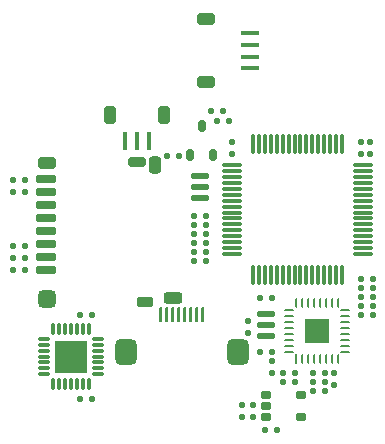
<source format=gtp>
G04*
G04 #@! TF.GenerationSoftware,Altium Limited,Altium Designer,22.0.2 (36)*
G04*
G04 Layer_Color=8421504*
%FSLAX25Y25*%
%MOIN*%
G70*
G04*
G04 #@! TF.SameCoordinates,9873FD8C-C369-40C8-B75A-0789E1F0109A*
G04*
G04*
G04 #@! TF.FilePolarity,Positive*
G04*
G01*
G75*
%ADD17R,0.08466X0.08466*%
G04:AMPARAMS|DCode=18|XSize=20mil|YSize=20mil|CornerRadius=5mil|HoleSize=0mil|Usage=FLASHONLY|Rotation=180.000|XOffset=0mil|YOffset=0mil|HoleType=Round|Shape=RoundedRectangle|*
%AMROUNDEDRECTD18*
21,1,0.02000,0.01000,0,0,180.0*
21,1,0.01000,0.02000,0,0,180.0*
1,1,0.01000,-0.00500,0.00500*
1,1,0.01000,0.00500,0.00500*
1,1,0.01000,0.00500,-0.00500*
1,1,0.01000,-0.00500,-0.00500*
%
%ADD18ROUNDEDRECTD18*%
G04:AMPARAMS|DCode=19|XSize=20mil|YSize=20mil|CornerRadius=5mil|HoleSize=0mil|Usage=FLASHONLY|Rotation=90.000|XOffset=0mil|YOffset=0mil|HoleType=Round|Shape=RoundedRectangle|*
%AMROUNDEDRECTD19*
21,1,0.02000,0.01000,0,0,90.0*
21,1,0.01000,0.02000,0,0,90.0*
1,1,0.01000,0.00500,0.00500*
1,1,0.01000,0.00500,-0.00500*
1,1,0.01000,-0.00500,-0.00500*
1,1,0.01000,-0.00500,0.00500*
%
%ADD19ROUNDEDRECTD19*%
G04:AMPARAMS|DCode=20|XSize=39.37mil|YSize=59.06mil|CornerRadius=9.84mil|HoleSize=0mil|Usage=FLASHONLY|Rotation=180.000|XOffset=0mil|YOffset=0mil|HoleType=Round|Shape=RoundedRectangle|*
%AMROUNDEDRECTD20*
21,1,0.03937,0.03937,0,0,180.0*
21,1,0.01968,0.05906,0,0,180.0*
1,1,0.01968,-0.00984,0.01968*
1,1,0.01968,0.00984,0.01968*
1,1,0.01968,0.00984,-0.01968*
1,1,0.01968,-0.00984,-0.01968*
%
%ADD20ROUNDEDRECTD20*%
G04:AMPARAMS|DCode=21|XSize=15.75mil|YSize=59.06mil|CornerRadius=3.94mil|HoleSize=0mil|Usage=FLASHONLY|Rotation=0.000|XOffset=0mil|YOffset=0mil|HoleType=Round|Shape=RoundedRectangle|*
%AMROUNDEDRECTD21*
21,1,0.01575,0.05118,0,0,0.0*
21,1,0.00787,0.05906,0,0,0.0*
1,1,0.00787,0.00394,-0.02559*
1,1,0.00787,-0.00394,-0.02559*
1,1,0.00787,-0.00394,0.02559*
1,1,0.00787,0.00394,0.02559*
%
%ADD21ROUNDEDRECTD21*%
G04:AMPARAMS|DCode=22|XSize=15.75mil|YSize=59.06mil|CornerRadius=3.94mil|HoleSize=0mil|Usage=FLASHONLY|Rotation=270.000|XOffset=0mil|YOffset=0mil|HoleType=Round|Shape=RoundedRectangle|*
%AMROUNDEDRECTD22*
21,1,0.01575,0.05118,0,0,270.0*
21,1,0.00787,0.05906,0,0,270.0*
1,1,0.00787,-0.02559,-0.00394*
1,1,0.00787,-0.02559,0.00394*
1,1,0.00787,0.02559,0.00394*
1,1,0.00787,0.02559,-0.00394*
%
%ADD22ROUNDEDRECTD22*%
G04:AMPARAMS|DCode=23|XSize=39.37mil|YSize=59.06mil|CornerRadius=9.84mil|HoleSize=0mil|Usage=FLASHONLY|Rotation=270.000|XOffset=0mil|YOffset=0mil|HoleType=Round|Shape=RoundedRectangle|*
%AMROUNDEDRECTD23*
21,1,0.03937,0.03937,0,0,270.0*
21,1,0.01968,0.05906,0,0,270.0*
1,1,0.01968,-0.01968,-0.00984*
1,1,0.01968,-0.01968,0.00984*
1,1,0.01968,0.01968,0.00984*
1,1,0.01968,0.01968,-0.00984*
%
%ADD23ROUNDEDRECTD23*%
G04:AMPARAMS|DCode=24|XSize=31.5mil|YSize=59.06mil|CornerRadius=7.87mil|HoleSize=0mil|Usage=FLASHONLY|Rotation=270.000|XOffset=0mil|YOffset=0mil|HoleType=Round|Shape=RoundedRectangle|*
%AMROUNDEDRECTD24*
21,1,0.03150,0.04331,0,0,270.0*
21,1,0.01575,0.05906,0,0,270.0*
1,1,0.01575,-0.02165,-0.00787*
1,1,0.01575,-0.02165,0.00787*
1,1,0.01575,0.02165,0.00787*
1,1,0.01575,0.02165,-0.00787*
%
%ADD24ROUNDEDRECTD24*%
G04:AMPARAMS|DCode=25|XSize=31.5mil|YSize=55.12mil|CornerRadius=7.87mil|HoleSize=0mil|Usage=FLASHONLY|Rotation=270.000|XOffset=0mil|YOffset=0mil|HoleType=Round|Shape=RoundedRectangle|*
%AMROUNDEDRECTD25*
21,1,0.03150,0.03937,0,0,270.0*
21,1,0.01575,0.05512,0,0,270.0*
1,1,0.01575,-0.01968,-0.00787*
1,1,0.01575,-0.01968,0.00787*
1,1,0.01575,0.01968,0.00787*
1,1,0.01575,0.01968,-0.00787*
%
%ADD25ROUNDEDRECTD25*%
G04:AMPARAMS|DCode=26|XSize=40mil|YSize=59.06mil|CornerRadius=10mil|HoleSize=0mil|Usage=FLASHONLY|Rotation=270.000|XOffset=0mil|YOffset=0mil|HoleType=Round|Shape=RoundedRectangle|*
%AMROUNDEDRECTD26*
21,1,0.04000,0.03906,0,0,270.0*
21,1,0.02000,0.05906,0,0,270.0*
1,1,0.02000,-0.01953,-0.01000*
1,1,0.02000,-0.01953,0.01000*
1,1,0.02000,0.01953,0.01000*
1,1,0.02000,0.01953,-0.01000*
%
%ADD26ROUNDEDRECTD26*%
G04:AMPARAMS|DCode=27|XSize=59.06mil|YSize=59.06mil|CornerRadius=14.76mil|HoleSize=0mil|Usage=FLASHONLY|Rotation=270.000|XOffset=0mil|YOffset=0mil|HoleType=Round|Shape=RoundedRectangle|*
%AMROUNDEDRECTD27*
21,1,0.05906,0.02953,0,0,270.0*
21,1,0.02953,0.05906,0,0,270.0*
1,1,0.02953,-0.01476,-0.01476*
1,1,0.02953,-0.01476,0.01476*
1,1,0.02953,0.01476,0.01476*
1,1,0.02953,0.01476,-0.01476*
%
%ADD27ROUNDEDRECTD27*%
G04:AMPARAMS|DCode=28|XSize=57.09mil|YSize=39.37mil|CornerRadius=9.84mil|HoleSize=0mil|Usage=FLASHONLY|Rotation=270.000|XOffset=0mil|YOffset=0mil|HoleType=Round|Shape=RoundedRectangle|*
%AMROUNDEDRECTD28*
21,1,0.05709,0.01968,0,0,270.0*
21,1,0.03740,0.03937,0,0,270.0*
1,1,0.01968,-0.00984,-0.01870*
1,1,0.01968,-0.00984,0.01870*
1,1,0.01968,0.00984,0.01870*
1,1,0.01968,0.00984,-0.01870*
%
%ADD28ROUNDEDRECTD28*%
G04:AMPARAMS|DCode=29|XSize=39.37mil|YSize=61.02mil|CornerRadius=9.84mil|HoleSize=0mil|Usage=FLASHONLY|Rotation=270.000|XOffset=0mil|YOffset=0mil|HoleType=Round|Shape=RoundedRectangle|*
%AMROUNDEDRECTD29*
21,1,0.03937,0.04134,0,0,270.0*
21,1,0.01968,0.06102,0,0,270.0*
1,1,0.01968,-0.02067,-0.00984*
1,1,0.01968,-0.02067,0.00984*
1,1,0.01968,0.02067,0.00984*
1,1,0.01968,0.02067,-0.00984*
%
%ADD29ROUNDEDRECTD29*%
G04:AMPARAMS|DCode=30|XSize=27.56mil|YSize=68.9mil|CornerRadius=6.89mil|HoleSize=0mil|Usage=FLASHONLY|Rotation=270.000|XOffset=0mil|YOffset=0mil|HoleType=Round|Shape=RoundedRectangle|*
%AMROUNDEDRECTD30*
21,1,0.02756,0.05512,0,0,270.0*
21,1,0.01378,0.06890,0,0,270.0*
1,1,0.01378,-0.02756,-0.00689*
1,1,0.01378,-0.02756,0.00689*
1,1,0.01378,0.02756,0.00689*
1,1,0.01378,0.02756,-0.00689*
%
%ADD30ROUNDEDRECTD30*%
%ADD31O,0.01181X0.07087*%
%ADD32O,0.07087X0.01181*%
G04:AMPARAMS|DCode=33|XSize=23.62mil|YSize=35mil|CornerRadius=5.91mil|HoleSize=0mil|Usage=FLASHONLY|Rotation=90.000|XOffset=0mil|YOffset=0mil|HoleType=Round|Shape=RoundedRectangle|*
%AMROUNDEDRECTD33*
21,1,0.02362,0.02319,0,0,90.0*
21,1,0.01181,0.03500,0,0,90.0*
1,1,0.01181,0.01159,0.00591*
1,1,0.01181,0.01159,-0.00591*
1,1,0.01181,-0.01159,-0.00591*
1,1,0.01181,-0.01159,0.00591*
%
%ADD33ROUNDEDRECTD33*%
G04:AMPARAMS|DCode=34|XSize=86mil|YSize=72mil|CornerRadius=18mil|HoleSize=0mil|Usage=FLASHONLY|Rotation=270.000|XOffset=0mil|YOffset=0mil|HoleType=Round|Shape=RoundedRectangle|*
%AMROUNDEDRECTD34*
21,1,0.08600,0.03600,0,0,270.0*
21,1,0.05000,0.07200,0,0,270.0*
1,1,0.03600,-0.01800,-0.02500*
1,1,0.03600,-0.01800,0.02500*
1,1,0.03600,0.01800,0.02500*
1,1,0.03600,0.01800,-0.02500*
%
%ADD34ROUNDEDRECTD34*%
G04:AMPARAMS|DCode=35|XSize=50mil|YSize=10mil|CornerRadius=2.5mil|HoleSize=0mil|Usage=FLASHONLY|Rotation=90.000|XOffset=0mil|YOffset=0mil|HoleType=Round|Shape=RoundedRectangle|*
%AMROUNDEDRECTD35*
21,1,0.05000,0.00500,0,0,90.0*
21,1,0.04500,0.01000,0,0,90.0*
1,1,0.00500,0.00250,0.02250*
1,1,0.00500,0.00250,-0.02250*
1,1,0.00500,-0.00250,-0.02250*
1,1,0.00500,-0.00250,0.02250*
%
%ADD35ROUNDEDRECTD35*%
G04:AMPARAMS|DCode=36|XSize=21.65mil|YSize=57.09mil|CornerRadius=5.41mil|HoleSize=0mil|Usage=FLASHONLY|Rotation=270.000|XOffset=0mil|YOffset=0mil|HoleType=Round|Shape=RoundedRectangle|*
%AMROUNDEDRECTD36*
21,1,0.02165,0.04626,0,0,270.0*
21,1,0.01083,0.05709,0,0,270.0*
1,1,0.01083,-0.02313,-0.00541*
1,1,0.01083,-0.02313,0.00541*
1,1,0.01083,0.02313,0.00541*
1,1,0.01083,0.02313,-0.00541*
%
%ADD36ROUNDEDRECTD36*%
G04:AMPARAMS|DCode=37|XSize=21.65mil|YSize=57.09mil|CornerRadius=5.41mil|HoleSize=0mil|Usage=FLASHONLY|Rotation=270.000|XOffset=0mil|YOffset=0mil|HoleType=Round|Shape=RoundedRectangle|*
%AMROUNDEDRECTD37*
21,1,0.02165,0.04626,0,0,270.0*
21,1,0.01083,0.05709,0,0,270.0*
1,1,0.01083,-0.02313,-0.00541*
1,1,0.01083,-0.02313,0.00541*
1,1,0.01083,0.02313,0.00541*
1,1,0.01083,0.02313,-0.00541*
%
%ADD37ROUNDEDRECTD37*%
G04:AMPARAMS|DCode=38|XSize=23.62mil|YSize=39.37mil|CornerRadius=5.91mil|HoleSize=0mil|Usage=FLASHONLY|Rotation=180.000|XOffset=0mil|YOffset=0mil|HoleType=Round|Shape=RoundedRectangle|*
%AMROUNDEDRECTD38*
21,1,0.02362,0.02756,0,0,180.0*
21,1,0.01181,0.03937,0,0,180.0*
1,1,0.01181,-0.00591,0.01378*
1,1,0.01181,0.00591,0.01378*
1,1,0.01181,0.00591,-0.01378*
1,1,0.01181,-0.00591,-0.01378*
%
%ADD38ROUNDEDRECTD38*%
G04:AMPARAMS|DCode=39|XSize=12mil|YSize=38mil|CornerRadius=3mil|HoleSize=0mil|Usage=FLASHONLY|Rotation=90.000|XOffset=0mil|YOffset=0mil|HoleType=Round|Shape=RoundedRectangle|*
%AMROUNDEDRECTD39*
21,1,0.01200,0.03200,0,0,90.0*
21,1,0.00600,0.03800,0,0,90.0*
1,1,0.00600,0.01600,0.00300*
1,1,0.00600,0.01600,-0.00300*
1,1,0.00600,-0.01600,-0.00300*
1,1,0.00600,-0.01600,0.00300*
%
%ADD39ROUNDEDRECTD39*%
G04:AMPARAMS|DCode=40|XSize=12mil|YSize=38mil|CornerRadius=3mil|HoleSize=0mil|Usage=FLASHONLY|Rotation=0.000|XOffset=0mil|YOffset=0mil|HoleType=Round|Shape=RoundedRectangle|*
%AMROUNDEDRECTD40*
21,1,0.01200,0.03200,0,0,0.0*
21,1,0.00600,0.03800,0,0,0.0*
1,1,0.00600,0.00300,-0.01600*
1,1,0.00600,-0.00300,-0.01600*
1,1,0.00600,-0.00300,0.01600*
1,1,0.00600,0.00300,0.01600*
%
%ADD40ROUNDEDRECTD40*%
%ADD41R,0.10630X0.11024*%
%ADD42R,0.00942X0.03188*%
G04:AMPARAMS|DCode=43|XSize=31.88mil|YSize=9.42mil|CornerRadius=4.71mil|HoleSize=0mil|Usage=FLASHONLY|Rotation=90.000|XOffset=0mil|YOffset=0mil|HoleType=Round|Shape=RoundedRectangle|*
%AMROUNDEDRECTD43*
21,1,0.03188,0.00000,0,0,90.0*
21,1,0.02245,0.00942,0,0,90.0*
1,1,0.00942,0.00000,0.01123*
1,1,0.00942,0.00000,-0.01123*
1,1,0.00942,0.00000,-0.01123*
1,1,0.00942,0.00000,0.01123*
%
%ADD43ROUNDEDRECTD43*%
G04:AMPARAMS|DCode=44|XSize=9.42mil|YSize=31.88mil|CornerRadius=4.71mil|HoleSize=0mil|Usage=FLASHONLY|Rotation=90.000|XOffset=0mil|YOffset=0mil|HoleType=Round|Shape=RoundedRectangle|*
%AMROUNDEDRECTD44*
21,1,0.00942,0.02245,0,0,90.0*
21,1,0.00000,0.03188,0,0,90.0*
1,1,0.00942,0.01123,0.00000*
1,1,0.00942,0.01123,0.00000*
1,1,0.00942,-0.01123,0.00000*
1,1,0.00942,-0.01123,0.00000*
%
%ADD44ROUNDEDRECTD44*%
D17*
X45000Y-29000D02*
D03*
D18*
X22100Y-29500D02*
D03*
Y-25500D02*
D03*
X23500Y-53500D02*
D03*
Y-57500D02*
D03*
X20000Y-53500D02*
D03*
Y-57500D02*
D03*
X59500Y34000D02*
D03*
Y30000D02*
D03*
X16500Y34000D02*
D03*
Y30000D02*
D03*
X62500Y34000D02*
D03*
Y30000D02*
D03*
X30000Y-39000D02*
D03*
Y-43000D02*
D03*
X50500D02*
D03*
Y-47000D02*
D03*
D19*
X33500Y-46000D02*
D03*
X37500D02*
D03*
X47500Y-49000D02*
D03*
X43500D02*
D03*
X47500Y-46000D02*
D03*
X43500D02*
D03*
X27500Y-62000D02*
D03*
X31500D02*
D03*
X63500Y-11500D02*
D03*
X59500D02*
D03*
X4000Y-2500D02*
D03*
X8000D02*
D03*
X4000Y500D02*
D03*
X8000D02*
D03*
Y-5500D02*
D03*
X4000D02*
D03*
X8000Y3500D02*
D03*
X4000D02*
D03*
X11500Y41000D02*
D03*
X15500D02*
D03*
X13500Y44500D02*
D03*
X9500D02*
D03*
X8000Y6500D02*
D03*
X4000D02*
D03*
X-5000Y29500D02*
D03*
X-1000D02*
D03*
X63500Y-14500D02*
D03*
X59500D02*
D03*
X4000Y9500D02*
D03*
X8000D02*
D03*
X-56500Y17500D02*
D03*
X-52500D02*
D03*
X-56500Y21500D02*
D03*
X-52500D02*
D03*
X-30000Y-23500D02*
D03*
X-34000D02*
D03*
X-56500Y-8500D02*
D03*
X-52500D02*
D03*
X-56500Y-4500D02*
D03*
X-52500D02*
D03*
X-56500Y-500D02*
D03*
X-52500D02*
D03*
X-30000Y-51500D02*
D03*
X-34000D02*
D03*
X33500Y-43000D02*
D03*
X37500D02*
D03*
X30000Y-36000D02*
D03*
X26000D02*
D03*
X43500Y-43000D02*
D03*
X47500D02*
D03*
X59500Y-17500D02*
D03*
X63500D02*
D03*
X30000Y-18000D02*
D03*
X26000D02*
D03*
X59500Y-23500D02*
D03*
X63500D02*
D03*
X59500Y-20500D02*
D03*
X63500D02*
D03*
D20*
X-5945Y42965D02*
D03*
X-24055D02*
D03*
D21*
X-18937Y34500D02*
D03*
X-11063D02*
D03*
X-15000D02*
D03*
D22*
X22500Y70374D02*
D03*
Y66437D02*
D03*
Y62500D02*
D03*
Y58563D02*
D03*
D23*
X8000Y74937D02*
D03*
Y54000D02*
D03*
D24*
X-15000Y27500D02*
D03*
D25*
X-12441Y-19449D02*
D03*
D26*
X-44921Y27016D02*
D03*
D27*
Y-18169D02*
D03*
D28*
X-9094Y26221D02*
D03*
D29*
X-2894Y-17874D02*
D03*
D30*
X-45413Y21791D02*
D03*
Y17461D02*
D03*
Y13130D02*
D03*
Y8799D02*
D03*
Y4468D02*
D03*
Y138D02*
D03*
Y-4193D02*
D03*
Y-8524D02*
D03*
D31*
X23736Y33350D02*
D03*
X25705D02*
D03*
X27673D02*
D03*
X29642D02*
D03*
X31610D02*
D03*
X33579D02*
D03*
X35547D02*
D03*
X37516D02*
D03*
X39484D02*
D03*
X41453D02*
D03*
X43421D02*
D03*
X45390D02*
D03*
X47358D02*
D03*
X49327D02*
D03*
X51295D02*
D03*
X53264D02*
D03*
Y-10350D02*
D03*
X51295D02*
D03*
X49327D02*
D03*
X47358D02*
D03*
X45390D02*
D03*
X43421D02*
D03*
X41453D02*
D03*
X39484D02*
D03*
X37516D02*
D03*
X35547D02*
D03*
X33579D02*
D03*
X31610D02*
D03*
X29642D02*
D03*
X27673D02*
D03*
X25705D02*
D03*
X23736D02*
D03*
D32*
X60350Y26264D02*
D03*
Y24295D02*
D03*
Y22327D02*
D03*
Y20358D02*
D03*
Y18390D02*
D03*
Y16421D02*
D03*
Y14453D02*
D03*
Y12484D02*
D03*
Y10516D02*
D03*
Y8547D02*
D03*
Y6579D02*
D03*
Y4610D02*
D03*
Y2642D02*
D03*
Y673D02*
D03*
Y-1295D02*
D03*
Y-3264D02*
D03*
X16650D02*
D03*
Y-1295D02*
D03*
Y673D02*
D03*
Y2642D02*
D03*
Y4610D02*
D03*
Y6579D02*
D03*
Y8547D02*
D03*
Y10516D02*
D03*
Y12484D02*
D03*
Y14453D02*
D03*
Y16421D02*
D03*
Y18390D02*
D03*
Y20358D02*
D03*
Y22327D02*
D03*
Y24295D02*
D03*
Y26264D02*
D03*
D33*
X39494Y-57740D02*
D03*
Y-50260D02*
D03*
X28095D02*
D03*
Y-54000D02*
D03*
Y-57740D02*
D03*
D34*
X18563Y-36000D02*
D03*
X-18563D02*
D03*
D35*
X6890Y-23600D02*
D03*
X4921D02*
D03*
X2953D02*
D03*
X984D02*
D03*
X-984D02*
D03*
X-2953D02*
D03*
X-4921D02*
D03*
X-6890D02*
D03*
D36*
X6000Y22740D02*
D03*
X28000Y-23260D02*
D03*
D37*
X6000Y19000D02*
D03*
Y15260D02*
D03*
X28000Y-27000D02*
D03*
Y-30740D02*
D03*
D38*
X2760Y29594D02*
D03*
X10240D02*
D03*
X6500Y39406D02*
D03*
D39*
X-27850Y-43406D02*
D03*
Y-41437D02*
D03*
Y-39469D02*
D03*
Y-37500D02*
D03*
Y-35531D02*
D03*
Y-33563D02*
D03*
Y-31594D02*
D03*
X-46150D02*
D03*
Y-33563D02*
D03*
Y-35531D02*
D03*
Y-37500D02*
D03*
Y-39469D02*
D03*
Y-41437D02*
D03*
Y-43406D02*
D03*
D40*
X-31095Y-28350D02*
D03*
X-33063D02*
D03*
X-35032D02*
D03*
X-37000D02*
D03*
X-38969D02*
D03*
X-40937D02*
D03*
X-42906D02*
D03*
Y-46650D02*
D03*
X-40937D02*
D03*
X-38969D02*
D03*
X-37000D02*
D03*
X-35032D02*
D03*
X-33063D02*
D03*
X-31095D02*
D03*
D41*
X-37000Y-37500D02*
D03*
D42*
X38110Y-38257D02*
D03*
D43*
X40079D02*
D03*
X42047D02*
D03*
X44016D02*
D03*
X45984D02*
D03*
X47953D02*
D03*
X49921D02*
D03*
X51890D02*
D03*
Y-19743D02*
D03*
X49921D02*
D03*
X47953D02*
D03*
X45984D02*
D03*
X44016D02*
D03*
X42047D02*
D03*
X40079D02*
D03*
X38110D02*
D03*
D44*
X54257Y-35890D02*
D03*
Y-33921D02*
D03*
Y-31953D02*
D03*
Y-29984D02*
D03*
Y-28016D02*
D03*
Y-26047D02*
D03*
Y-24079D02*
D03*
Y-22110D02*
D03*
X35743D02*
D03*
Y-24079D02*
D03*
Y-26047D02*
D03*
Y-28016D02*
D03*
Y-29984D02*
D03*
Y-31953D02*
D03*
Y-33921D02*
D03*
Y-35890D02*
D03*
M02*

</source>
